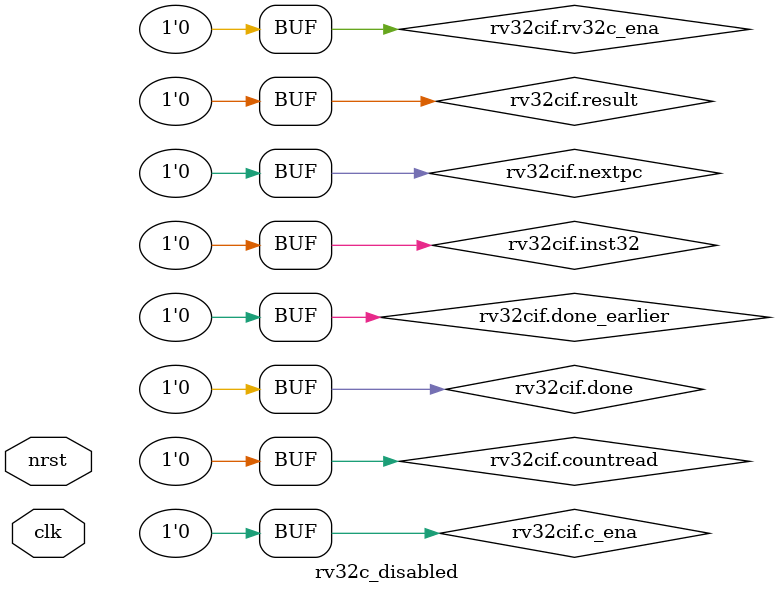
<source format=sv>
`include "rv32c_if.vh"
`include "fetch_buffer_if.vh"
`include "decompressor_if.vh"

module rv32c_disabled
(
  input logic clk, nrst,
  rv32c_if.rv32c rv32cif 
 );


  assign rv32cif.done = '0;
  assign rv32cif.done_earlier = '0;
  assign rv32cif.nextpc = '0;
  assign rv32cif.countread = '0;
  assign rv32cif.result = '0;
  assign rv32cif.inst32 = '0;
  assign rv32cif.c_ena = '0;

  assign rv32cif.rv32c_ena = '0;

endmodule

</source>
